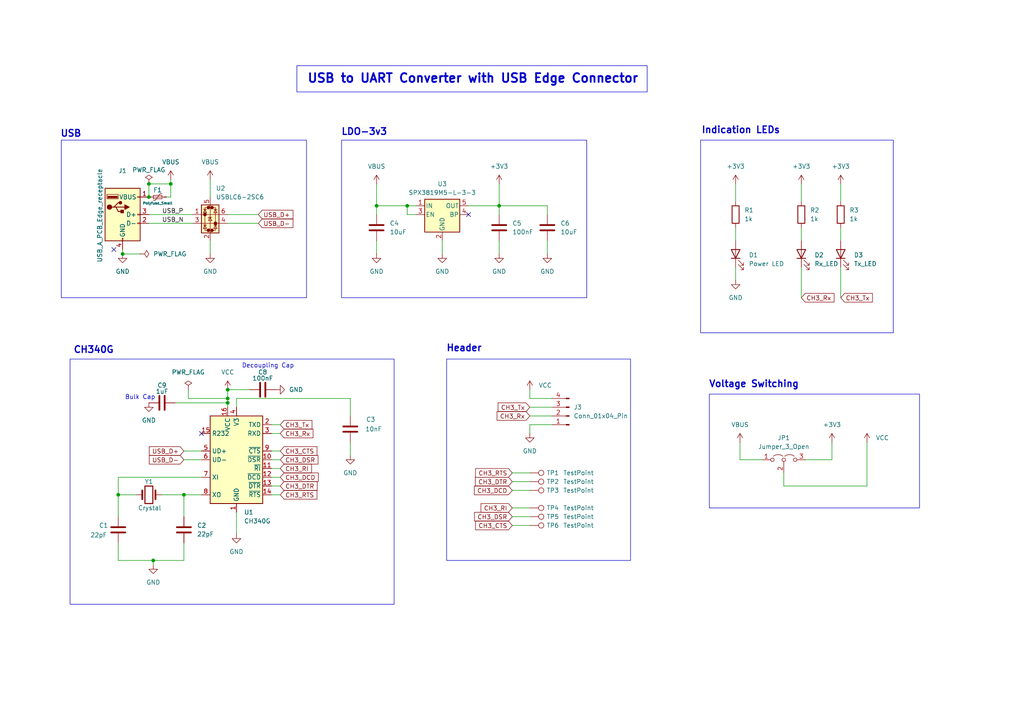
<source format=kicad_sch>
(kicad_sch (version 20250114) (generator "eeschema") (generator_version "9.0")
  (paper "A4")
  (title_block (title "USB to UART Converter with USB Edge Connector") (date "2026-01-25") (comment 1 "UART Stick"))
  (lib_symbols
    (symbol "Connector:Conn_01x04_Pin" (pin_names (offset 1.016) (hide yes))
      (property "Reference" "J" (at 0 5.08 0))
      (property "Value" "Conn_01x04_Pin" (at 0 -7.62 0))
      (symbol "Conn_01x04_Pin_1_1"
        (rectangle (start 0.8636 2.667) (end 0 2.413) (stroke (width 0.1524)) (fill (type outline)))
        (rectangle (start 0.8636 0.127) (end 0 -0.127) (stroke (width 0.1524)) (fill (type outline)))
        (rectangle (start 0.8636 -2.413) (end 0 -2.667) (stroke (width 0.1524)) (fill (type outline)))
        (rectangle (start 0.8636 -4.953) (end 0 -5.207) (stroke (width 0.1524)) (fill (type outline)))
        (polyline (pts (xy 1.27 2.54) (xy 0.8636 2.54)) (stroke (width 0.1524)))
        (polyline (pts (xy 1.27 0) (xy 0.8636 0)) (stroke (width 0.1524)))
        (polyline (pts (xy 1.27 -2.54) (xy 0.8636 -2.54)) (stroke (width 0.1524)))
        (polyline (pts (xy 1.27 -5.08) (xy 0.8636 -5.08)) (stroke (width 0.1524)))
        (pin passive line (at 5.08 2.54 180) (length 3.81) (name "Pin_1") (number "1"))
        (pin passive line (at 5.08 0 180) (length 3.81) (name "Pin_2") (number "2"))
        (pin passive line (at 5.08 -2.54 180) (length 3.81) (name "Pin_3") (number "3"))
        (pin passive line (at 5.08 -5.08 180) (length 3.81) (name "Pin_4") (number "4"))
      )
    )
    (symbol "Connector:TestPoint" (pin_numbers (hide yes)) (pin_names (offset 0.762) (hide yes))
      (property "Reference" "TP" (at 0 6.858 0))
      (property "Value" "TestPoint" (at 0 5.08 0))
      (symbol "TestPoint_0_1"
        (circle (center 0 3.302) (radius 0.762))
      )
      (symbol "TestPoint_1_1"
        (pin passive line (at 0 0 90) (length 2.54) (name "1") (number "1"))
      )
    )
    (symbol "Connector_USB_PCB_Edge:USB_A_PCB_Edge_receptacle" (pin_names (offset 1.016))
      (property "Reference" "J" (at -5.08 11.43 0))
      (property "Value" "USB_A_PCB_Edge_receptacle" (at -5.08 8.89 0))
      (symbol "USB_A_PCB_Edge_receptacle_0_1"
        (rectangle (start -5.08 -7.62) (end 5.08 7.62) (stroke (width 0.254)) (fill (type background)))
        (circle (center -3.81 2.159) (radius 0.635) (stroke (width 0.254)) (fill (type outline)))
        (polyline (pts (xy -3.175 2.159) (xy -2.54 2.159) (xy -1.27 3.429) (xy -0.635 3.429)) (stroke (width 0.254)))
        (polyline (pts (xy -2.54 2.159) (xy -1.905 2.159) (xy -1.27 0.889) (xy 0 0.889)) (stroke (width 0.254)))
        (rectangle (start -1.524 4.826) (end -4.318 5.334) (fill (type outline)))
        (rectangle (start -1.27 4.572) (end -4.572 5.842))
        (circle (center -0.635 3.429) (radius 0.381) (stroke (width 0.254)) (fill (type outline)))
        (rectangle (start -0.127 -7.62) (end 0.127 -6.858))
        (rectangle (start 0.254 1.27) (end -0.508 0.508) (stroke (width 0.254)) (fill (type outline)))
        (polyline (pts (xy 0.635 2.794) (xy 0.635 1.524) (xy 1.905 2.159) (xy 0.635 2.794)) (stroke (width 0.254)) (fill (type outline)))
        (rectangle (start 5.08 4.953) (end 4.318 5.207))
        (rectangle (start 5.08 -0.127) (end 4.318 0.127))
        (rectangle (start 5.08 -2.667) (end 4.318 -2.413))
      )
      (symbol "USB_A_PCB_Edge_receptacle_1_1"
        (polyline (pts (xy -1.905 2.159) (xy 0.635 2.159)) (stroke (width 0.254)))
        (pin passive line (at -2.54 -10.16 90) (length 2.54) (hide yes) (name "Shield") (number "5"))
        (pin power_in line (at 0 -10.16 90) (length 2.54) (name "GND") (number "4"))
        (pin power_in line (at 7.62 5.08 180) (length 2.54) (name "VBUS") (number "1"))
        (pin bidirectional line (at 7.62 0 180) (length 2.54) (name "D+") (number "3"))
        (pin bidirectional line (at 7.62 -2.54 180) (length 2.54) (name "D-") (number "2"))
      )
    )
    (symbol "Device:C" (pin_numbers (hide yes)) (pin_names (offset 0.254))
      (property "Reference" "C" (at 0.635 2.54 0))
      (property "Value" "C" (at 0.635 -2.54 0))
      (symbol "C_0_1"
        (polyline (pts (xy -2.032 0.762) (xy 2.032 0.762)) (stroke (width 0.508)))
        (polyline (pts (xy -2.032 -0.762) (xy 2.032 -0.762)) (stroke (width 0.508)))
      )
      (symbol "C_1_1"
        (pin passive line (at 0 3.81 270) (length 2.794) (name "~") (number "1"))
        (pin passive line (at 0 -3.81 90) (length 2.794) (name "~") (number "2"))
      )
    )
    (symbol "Device:Crystal" (pin_numbers (hide yes)) (pin_names (offset 1.016) (hide yes))
      (property "Reference" "Y" (at 0 3.81 0))
      (property "Value" "Crystal" (at 0 -3.81 0))
      (symbol "Crystal_0_1"
        (polyline (pts (xy -2.54 0) (xy -1.905 0)))
        (polyline (pts (xy -1.905 -1.27) (xy -1.905 1.27)) (stroke (width 0.508)))
        (rectangle (start -1.143 2.54) (end 1.143 -2.54) (stroke (width 0.3048)))
        (polyline (pts (xy 1.905 -1.27) (xy 1.905 1.27)) (stroke (width 0.508)))
        (polyline (pts (xy 2.54 0) (xy 1.905 0)))
      )
      (symbol "Crystal_1_1"
        (pin passive line (at -3.81 0 0) (length 1.27) (name "1") (number "1"))
        (pin passive line (at 3.81 0 180) (length 1.27) (name "2") (number "2"))
      )
    )
    (symbol "Device:Polyfuse_Small" (pin_numbers (hide yes)) (pin_names (offset 0))
      (property "Reference" "F" (at -1.905 0 90))
      (property "Value" "Polyfuse_Small" (at 1.905 0 90))
      (symbol "Polyfuse_Small_0_1"
        (polyline (pts (xy -1.016 1.27) (xy -1.016 0.762) (xy 1.016 -0.762) (xy 1.016 -1.27)))
        (rectangle (start -0.508 1.27) (end 0.508 -1.27))
        (polyline (pts (xy 0 2.54) (xy 0 -2.54)))
      )
      (symbol "Polyfuse_Small_1_1"
        (pin passive line (at 0 2.54 270) (length 0.635) (name "~") (number "1"))
        (pin passive line (at 0 -2.54 90) (length 0.635) (name "~") (number "2"))
      )
    )
    (symbol "Device:R" (pin_numbers (hide yes)) (pin_names (offset 0))
      (property "Reference" "R" (at 2.032 0 90))
      (property "Value" "R" (at 0 0 90))
      (symbol "R_0_1"
        (rectangle (start -1.016 -2.54) (end 1.016 2.54) (stroke (width 0.254)))
      )
      (symbol "R_1_1"
        (pin passive line (at 0 3.81 270) (length 1.27) (name "~") (number "1"))
        (pin passive line (at 0 -3.81 90) (length 1.27) (name "~") (number "2"))
      )
    )
    (symbol "Interface_USB:CH340G"
      (property "Reference" "U" (at -5.08 13.97 0))
      (property "Value" "CH340G" (at 1.27 13.97 0))
      (symbol "CH340G_0_1"
        (rectangle (start -7.62 12.7) (end 7.62 -12.7) (stroke (width 0.254)) (fill (type background)))
      )
      (symbol "CH340G_1_1"
        (pin input line (at -10.16 7.62 0) (length 2.54) (name "R232") (number "15"))
        (pin bidirectional line (at -10.16 2.54 0) (length 2.54) (name "UD+") (number "5"))
        (pin bidirectional line (at -10.16 0 0) (length 2.54) (name "UD-") (number "6"))
        (pin input line (at -10.16 -5.08 0) (length 2.54) (name "XI") (number "7"))
        (pin output line (at -10.16 -10.16 0) (length 2.54) (name "XO") (number "8"))
        (pin power_in line (at -2.54 15.24 270) (length 2.54) (name "VCC") (number "16"))
        (pin power_out line (at 0 15.24 270) (length 2.54) (name "V3") (number "4"))
        (pin power_in line (at 0 -15.24 90) (length 2.54) (name "GND") (number "1"))
        (pin output line (at 10.16 10.16 180) (length 2.54) (name "TXD") (number "2"))
        (pin input line (at 10.16 7.62 180) (length 2.54) (name "RXD") (number "3"))
        (pin input line (at 10.16 2.54 180) (length 2.54) (name "~{CTS}") (number "9"))
        (pin input line (at 10.16 0 180) (length 2.54) (name "~{DSR}") (number "10"))
        (pin input line (at 10.16 -2.54 180) (length 2.54) (name "~{RI}") (number "11"))
        (pin input line (at 10.16 -5.08 180) (length 2.54) (name "~{DCD}") (number "12"))
        (pin output line (at 10.16 -7.62 180) (length 2.54) (name "~{DTR}") (number "13"))
        (pin output line (at 10.16 -10.16 180) (length 2.54) (name "~{RTS}") (number "14"))
      )
    )
    (symbol "Jumper:Jumper_3_Open" (pin_names (offset 0) (hide yes)) (exclude_from_sim yes) (in_bom no)
      (property "Reference" "JP" (at -2.54 -2.54 0))
      (property "Value" "Jumper_3_Open" (at 0 2.794 0))
      (symbol "Jumper_3_Open_0_0"
        (circle (center -3.302 0) (radius 0.508))
        (circle (center 0 0) (radius 0.508))
        (circle (center 3.302 0) (radius 0.508))
      )
      (symbol "Jumper_3_Open_0_1"
        (arc (start -3.048 1.016) (mid -1.651 1.4992) (end -0.254 1.016))
        (polyline (pts (xy 0 -0.508) (xy 0 -1.27)))
        (arc (start 0.254 1.016) (mid 1.651 1.4992) (end 3.048 1.016))
      )
      (symbol "Jumper_3_Open_1_1"
        (pin passive line (at -6.35 0 0) (length 2.54) (name "A") (number "1"))
        (pin passive line (at 0 -3.81 90) (length 2.54) (name "C") (number "2"))
        (pin passive line (at 6.35 0 180) (length 2.54) (name "B") (number "3"))
      )
    )
    (symbol "LED_1" (pin_numbers (hide yes)) (pin_names (offset 1.016) (hide yes))
      (property "Reference" "D" (at 0 2.54 0))
      (property "Value" "LED" (at 0 -2.54 0))
      (symbol "LED_1_0_1"
        (polyline (pts (xy -3.048 -0.762) (xy -4.572 -2.286) (xy -3.81 -2.286) (xy -4.572 -2.286) (xy -4.572 -1.524)))
        (polyline (pts (xy -1.778 -0.762) (xy -3.302 -2.286) (xy -2.54 -2.286) (xy -3.302 -2.286) (xy -3.302 -1.524)))
        (polyline (pts (xy -1.27 0) (xy 1.27 0)))
        (polyline (pts (xy -1.27 -1.27) (xy -1.27 1.27)) (stroke (width 0.254)))
        (polyline (pts (xy 1.27 -1.27) (xy 1.27 1.27) (xy -1.27 0) (xy 1.27 -1.27)) (stroke (width 0.254)))
      )
      (symbol "LED_1_1_1"
        (pin passive line (at -3.81 0 0) (length 2.54) (name "K") (number "1"))
        (pin passive line (at 3.81 0 180) (length 2.54) (name "A") (number "2"))
      )
    )
    (symbol "Power_Protection:USBLC6-2SC6" (pin_names (hide yes))
      (property "Reference" "U" (at 0.635 5.715 0))
      (property "Value" "USBLC6-2SC6" (at 0.635 3.81 0))
      (symbol "USBLC6-2SC6_0_0"
        (circle (center -1.524 0) (radius 0.0001) (stroke (width 0.508)))
        (circle (center -0.508 2.032) (radius 0.0001) (stroke (width 0.508)))
        (circle (center -0.508 -4.572) (radius 0.0001) (stroke (width 0.508)))
        (circle (center 0.508 2.032) (radius 0.0001) (stroke (width 0.508)))
        (circle (center 0.508 -4.572) (radius 0.0001) (stroke (width 0.508)))
        (circle (center 1.524 -2.54) (radius 0.0001) (stroke (width 0.508)))
      )
      (symbol "USBLC6-2SC6_0_1"
        (polyline (pts (xy -2.54 0) (xy 2.54 0)))
        (polyline (pts (xy -2.54 -2.54) (xy 2.54 -2.54)))
        (polyline (pts (xy -2.032 0.508) (xy -1.016 0.508) (xy -1.524 1.524) (xy -2.032 0.508)))
        (polyline (pts (xy -2.032 -3.048) (xy -1.016 -3.048)))
        (polyline (pts (xy -1.016 1.524) (xy -2.032 1.524)))
        (polyline (pts (xy -1.016 -4.064) (xy -2.032 -4.064) (xy -1.524 -3.048) (xy -1.016 -4.064)))
        (polyline (pts (xy -0.508 -1.143) (xy -0.508 -0.762) (xy 0.508 -0.762)))
        (polyline (pts (xy 0 2.54) (xy -0.508 2.032) (xy 0.508 2.032) (xy 0 1.524) (xy 0 -4.064) (xy -0.508 -4.572) (xy 0.508 -4.572) (xy 0 -5.08)))
        (polyline (pts (xy 0.508 -1.778) (xy -0.508 -1.778) (xy 0 -0.762) (xy 0.508 -1.778)))
        (polyline (pts (xy 1.016 1.524) (xy 2.032 1.524)))
        (polyline (pts (xy 1.016 -3.048) (xy 2.032 -3.048)))
        (polyline (pts (xy 2.032 0.508) (xy 1.016 0.508) (xy 1.524 1.524) (xy 2.032 0.508)))
        (polyline (pts (xy 2.032 -4.064) (xy 1.016 -4.064) (xy 1.524 -3.048) (xy 2.032 -4.064)))
      )
      (symbol "USBLC6-2SC6_1_1"
        (rectangle (start -2.54 2.794) (end 2.54 -5.334) (stroke (width 0.254)) (fill (type background)))
        (polyline (pts (xy -0.508 2.032) (xy -1.524 2.032) (xy -1.524 -4.572) (xy -0.508 -4.572)))
        (polyline (pts (xy 0.508 -4.572) (xy 1.524 -4.572) (xy 1.524 2.032) (xy 0.508 2.032)))
        (pin passive line (at -5.08 0 0) (length 2.54) (name "I/O1") (number "1"))
        (pin passive line (at -5.08 -2.54 0) (length 2.54) (name "I/O2") (number "3"))
        (pin passive line (at 0 5.08 270) (length 2.54) (name "VBUS") (number "5"))
        (pin passive line (at 0 -7.62 90) (length 2.54) (name "GND") (number "2"))
        (pin passive line (at 5.08 0 180) (length 2.54) (name "I/O1") (number "6"))
        (pin passive line (at 5.08 -2.54 180) (length 2.54) (name "I/O2") (number "4"))
      )
    )
    (symbol "Regulator_Linear:SPX3819M5-L-3-3" (pin_names (offset 0.254))
      (property "Reference" "U" (at -3.81 5.715 0))
      (property "Value" "SPX3819M5-L-3-3" (at 0 5.715 0))
      (symbol "SPX3819M5-L-3-3_0_1"
        (rectangle (start -5.08 4.445) (end 5.08 -5.08) (stroke (width 0.254)) (fill (type background)))
      )
      (symbol "SPX3819M5-L-3-3_1_1"
        (pin power_in line (at -7.62 2.54 0) (length 2.54) (name "IN") (number "1"))
        (pin input line (at -7.62 0 0) (length 2.54) (name "EN") (number "3"))
        (pin power_in line (at 0 -7.62 90) (length 2.54) (name "GND") (number "2"))
        (pin power_out line (at 7.62 2.54 180) (length 2.54) (name "OUT") (number "5"))
        (pin input line (at 7.62 0 180) (length 2.54) (name "BP") (number "4"))
      )
    )
    (symbol "power:+3V3" (power) (pin_numbers (hide yes)) (pin_names (offset 0) (hide yes))
      (property "Value" "+3V3" (at 0 3.556 0))
      (symbol "+3V3_0_1"
        (polyline (pts (xy -0.762 1.27) (xy 0 2.54)))
        (polyline (pts (xy 0 2.54) (xy 0.762 1.27)))
        (polyline (pts (xy 0 0) (xy 0 2.54)))
      )
      (symbol "+3V3_1_1"
        (pin power_in line (at 0 0 90) (length 0) (name "~") (number "1"))
      )
    )
    (symbol "power:GND" (power) (pin_numbers (hide yes)) (pin_names (offset 0) (hide yes))
      (property "Value" "GND" (at 0 -3.81 0))
      (symbol "GND_0_1"
        (polyline (pts (xy 0 0) (xy 0 -1.27) (xy 1.27 -1.27) (xy 0 -2.54) (xy -1.27 -1.27) (xy 0 -1.27)))
      )
      (symbol "GND_1_1"
        (pin power_in line (at 0 0 270) (length 0) (name "~") (number "1"))
      )
    )
    (symbol "power:PWR_FLAG" (power) (pin_numbers (hide yes)) (pin_names (offset 0) (hide yes))
      (property "Value" "PWR_FLAG" (at 0 3.81 0))
      (symbol "PWR_FLAG_0_0"
        (pin power_out line (at 0 0 90) (length 0) (name "~") (number "1"))
      )
      (symbol "PWR_FLAG_0_1"
        (polyline (pts (xy 0 0) (xy 0 1.27) (xy -1.016 1.905) (xy 0 2.54) (xy 1.016 1.905) (xy 0 1.27)))
      )
    )
    (symbol "power:VBUS" (power) (pin_numbers (hide yes)) (pin_names (offset 0) (hide yes))
      (property "Value" "VBUS" (at 0 3.556 0))
      (symbol "VBUS_0_1"
        (polyline (pts (xy -0.762 1.27) (xy 0 2.54)))
        (polyline (pts (xy 0 2.54) (xy 0.762 1.27)))
        (polyline (pts (xy 0 0) (xy 0 2.54)))
      )
      (symbol "VBUS_1_1"
        (pin power_in line (at 0 0 90) (length 0) (name "~") (number "1"))
      )
    )
    (symbol "power:VCC" (power) (pin_numbers (hide yes)) (pin_names (offset 0) (hide yes))
      (property "Value" "VCC" (at 0 3.556 0))
      (symbol "VCC_0_1"
        (polyline (pts (xy -0.762 1.27) (xy 0 2.54)))
        (polyline (pts (xy 0 2.54) (xy 0.762 1.27)))
        (polyline (pts (xy 0 0) (xy 0 2.54)))
      )
      (symbol "VCC_1_1"
        (pin power_in line (at 0 0 90) (length 0) (name "~") (number "1"))
      )
    )
  )
  (rectangle (start 205.74 114.3) (end 266.7 147.32))
  (rectangle (start 203.2 40.64) (end 259.08 96.52))
  (rectangle (start 129.54 104.14) (end 182.88 162.56))
  (rectangle (start 20.32 104.14) (end 114.3 175.26))
  (rectangle (start 99.06 40.64) (end 170.18 86.36))
  (rectangle (start 17.78 40.64) (end 88.9 86.36))
  (rectangle (start 86.106 19.05) (end 187.706 26.67))
  (text "CH340G\n" (at 27.178 101.6 0) (effects (font (size 1.9304 1.9304) (thickness 0.3658) (bold yes))))
  (text "Decoupling Cap" (at 77.724 106.172 0) (effects (font (size 1.27 1.27))))
  (text "Header\n" (at 134.62 101.092 0) (effects (font (size 1.9304 1.9304) (thickness 0.3658) (bold yes))))
  (text "USB" (at 20.574 38.862 0) (effects (font (size 1.9304 1.9304) (thickness 0.3658) (bold yes))))
  (text "Voltage Switching" (at 218.694 111.506 0) (effects (font (size 1.9304 1.9304) (thickness 0.3658) (bold yes))))
  (text "USB to UART Converter with USB Edge Connector" (at 137.16 22.86 0) (effects (font (size 2.54 2.54) (bold yes))))
  (text "Bulk Cap" (at 40.64 115.316 0) (effects (font (size 1.27 1.27))))
  (text "LDO-3v3" (at 105.664 38.354 0) (effects (font (size 1.9304 1.9304) (thickness 0.3658) (bold yes))))
  (text "Indication LEDs\n" (at 214.884 37.846 0) (effects (font (size 1.9304 1.9304) (thickness 0.3658) (bold yes))))
  (junction (at 118.11 59.69))
  (junction (at 43.18 57.15))
  (junction (at 44.45 162.56))
  (junction (at 144.78 59.69))
  (junction (at 49.53 53.34))
  (junction (at 66.04 113.03))
  (junction (at 66.04 115.57))
  (junction (at 43.18 53.34))
  (junction (at 35.56 73.66))
  (junction (at 109.22 59.69))
  (junction (at 53.34 143.51))
  (junction (at 34.29 143.51))
  (junction (at 66.04 116.84))
  (no_connect (at 58.42 125.73))
  (no_connect (at 135.89 62.23))
  (no_connect (at 33.02 72.39))
  (wire (pts (xy 68.58 115.57) (xy 101.6 115.57)))
  (wire (pts (xy 213.36 77.47) (xy 213.36 81.28)))
  (wire (pts (xy 153.67 120.65) (xy 160.02 120.65)))
  (wire (pts (xy 60.96 69.85) (xy 60.96 73.66)))
  (wire (pts (xy 158.75 62.23) (xy 158.75 59.69)))
  (wire (pts (xy 66.04 64.77) (xy 74.93 64.77)))
  (wire (pts (xy 144.78 59.69) (xy 158.75 59.69)))
  (wire (pts (xy 153.67 115.57) (xy 160.02 115.57)))
  (wire (pts (xy 78.74 135.89) (xy 81.28 135.89)))
  (wire (pts (xy 109.22 69.85) (xy 109.22 73.66)))
  (wire (pts (xy 49.53 52.07) (xy 49.53 53.34)))
  (wire (pts (xy 68.58 148.59) (xy 68.58 154.94)))
  (wire (pts (xy 153.67 113.03) (xy 153.67 115.57)))
  (wire (pts (xy 53.34 143.51) (xy 53.34 149.86)))
  (wire (pts (xy 40.64 73.66) (xy 35.56 73.66)))
  (wire (pts (xy 44.45 162.56) (xy 44.45 163.83)))
  (wire (pts (xy 227.33 137.16) (xy 227.33 140.97)))
  (wire (pts (xy 53.34 130.81) (xy 58.42 130.81)))
  (wire (pts (xy 43.18 53.34) (xy 43.18 57.15)))
  (wire (pts (xy 233.68 133.35) (xy 241.3 133.35)))
  (wire (pts (xy 78.74 123.19) (xy 81.28 123.19)))
  (wire (pts (xy 148.59 152.4) (xy 153.67 152.4)))
  (wire (pts (xy 241.3 133.35) (xy 241.3 128.27)))
  (wire (pts (xy 78.74 140.97) (xy 81.28 140.97)))
  (wire (pts (xy 153.67 118.11) (xy 160.02 118.11)))
  (wire (pts (xy 34.29 143.51) (xy 39.37 143.51)))
  (wire (pts (xy 214.63 128.27) (xy 214.63 133.35)))
  (wire (pts (xy 144.78 69.85) (xy 144.78 73.66)))
  (wire (pts (xy 109.22 53.34) (xy 109.22 59.69)))
  (wire (pts (xy 43.18 64.77) (xy 55.88 64.77)))
  (wire (pts (xy 60.96 52.07) (xy 60.96 57.15)))
  (wire (pts (xy 148.59 149.86) (xy 153.67 149.86)))
  (wire (pts (xy 232.41 53.34) (xy 232.41 58.42)))
  (wire (pts (xy 46.99 143.51) (xy 53.34 143.51)))
  (wire (pts (xy 251.46 140.97) (xy 251.46 128.27)))
  (wire (pts (xy 78.74 125.73) (xy 81.28 125.73)))
  (wire (pts (xy 78.74 130.81) (xy 81.28 130.81)))
  (wire (pts (xy 158.75 69.85) (xy 158.75 73.66)))
  (wire (pts (xy 58.42 138.43) (xy 34.29 138.43)))
  (wire (pts (xy 34.29 138.43) (xy 34.29 143.51)))
  (wire (pts (xy 66.04 62.23) (xy 74.93 62.23)))
  (wire (pts (xy 66.04 113.03) (xy 66.04 115.57)))
  (wire (pts (xy 109.22 59.69) (xy 118.11 59.69)))
  (wire (pts (xy 160.02 123.19) (xy 153.67 123.19)))
  (wire (pts (xy 118.11 62.23) (xy 118.11 59.69)))
  (wire (pts (xy 144.78 59.69) (xy 144.78 62.23)))
  (wire (pts (xy 66.04 113.03) (xy 72.39 113.03)))
  (wire (pts (xy 53.34 157.48) (xy 53.34 162.56)))
  (wire (pts (xy 135.89 59.69) (xy 144.78 59.69)))
  (wire (pts (xy 34.29 143.51) (xy 34.29 149.86)))
  (wire (pts (xy 118.11 59.69) (xy 120.65 59.69)))
  (wire (pts (xy 101.6 128.27) (xy 101.6 132.08)))
  (wire (pts (xy 213.36 53.34) (xy 213.36 58.42)))
  (wire (pts (xy 34.29 162.56) (xy 44.45 162.56)))
  (wire (pts (xy 53.34 162.56) (xy 44.45 162.56)))
  (wire (pts (xy 243.84 66.04) (xy 243.84 69.85)))
  (wire (pts (xy 148.59 137.16) (xy 153.67 137.16)))
  (wire (pts (xy 43.18 53.34) (xy 49.53 53.34)))
  (wire (pts (xy 68.58 118.11) (xy 68.58 115.57)))
  (wire (pts (xy 43.18 62.23) (xy 55.88 62.23)))
  (wire (pts (xy 53.34 143.51) (xy 58.42 143.51)))
  (wire (pts (xy 78.74 133.35) (xy 81.28 133.35)))
  (wire (pts (xy 148.59 147.32) (xy 153.67 147.32)))
  (wire (pts (xy 232.41 77.47) (xy 232.41 86.36)))
  (wire (pts (xy 148.59 139.7) (xy 153.67 139.7)))
  (wire (pts (xy 54.61 113.03) (xy 54.61 115.57)))
  (wire (pts (xy 214.63 133.35) (xy 220.98 133.35)))
  (wire (pts (xy 227.33 140.97) (xy 251.46 140.97)))
  (wire (pts (xy 66.04 115.57) (xy 66.04 116.84)))
  (wire (pts (xy 109.22 62.23) (xy 109.22 59.69)))
  (wire (pts (xy 53.34 133.35) (xy 58.42 133.35)))
  (wire (pts (xy 49.53 57.15) (xy 48.26 57.15)))
  (wire (pts (xy 128.27 69.85) (xy 128.27 73.66)))
  (wire (pts (xy 66.04 116.84) (xy 66.04 118.11)))
  (wire (pts (xy 213.36 66.04) (xy 213.36 69.85)))
  (wire (pts (xy 78.74 143.51) (xy 81.28 143.51)))
  (wire (pts (xy 148.59 142.24) (xy 153.67 142.24)))
  (wire (pts (xy 78.74 138.43) (xy 81.28 138.43)))
  (wire (pts (xy 54.61 115.57) (xy 66.04 115.57)))
  (wire (pts (xy 120.65 62.23) (xy 118.11 62.23)))
  (wire (pts (xy 153.67 123.19) (xy 153.67 125.73)))
  (wire (pts (xy 243.84 53.34) (xy 243.84 58.42)))
  (wire (pts (xy 232.41 66.04) (xy 232.41 69.85)))
  (wire (pts (xy 34.29 157.48) (xy 34.29 162.56)))
  (wire (pts (xy 101.6 115.57) (xy 101.6 120.65)))
  (wire (pts (xy 144.78 53.34) (xy 144.78 59.69)))
  (wire (pts (xy 50.8 116.84) (xy 66.04 116.84)))
  (wire (pts (xy 35.56 72.39) (xy 35.56 73.66)))
  (wire (pts (xy 243.84 77.47) (xy 243.84 86.36)))
  (wire (pts (xy 49.53 53.34) (xy 49.53 57.15)))
  (label "USB_N" (at 46.99 64.77 0))
  (label "USB_P" (at 46.99 62.23 0))
  (global_label "CH3_Tx" (shape input) (at 81.28 123.19 0) (property "Intersheetrefs" "${INTERSHEET_REFS}" (effects (hide yes))))
  (global_label "CH3_DSR" (shape input) (at 81.28 133.35 0) (property "Intersheetrefs" "${INTERSHEET_REFS}" (effects (hide yes))))
  (global_label "CH3_RTS" (shape input) (at 148.59 137.16 180) (property "Intersheetrefs" "${INTERSHEET_REFS}" (effects (hide yes))))
  (global_label "CH3_CTS" (shape input) (at 81.28 130.81 0) (property "Intersheetrefs" "${INTERSHEET_REFS}" (effects (hide yes))))
  (global_label "CH3_DTR" (shape input) (at 148.59 139.7 180) (property "Intersheetrefs" "${INTERSHEET_REFS}" (effects (hide yes))))
  (global_label "CH3_DCD" (shape input) (at 148.59 142.24 180) (property "Intersheetrefs" "${INTERSHEET_REFS}" (effects (hide yes))))
  (global_label "CH3_RTS" (shape input) (at 81.28 143.51 0) (property "Intersheetrefs" "${INTERSHEET_REFS}" (effects (hide yes))))
  (global_label "CH3_Rx" (shape input) (at 81.28 125.73 0) (property "Intersheetrefs" "${INTERSHEET_REFS}" (effects (hide yes))))
  (global_label "CH3_Rx" (shape input) (at 153.67 120.65 180) (property "Intersheetrefs" "${INTERSHEET_REFS}" (effects (hide yes))))
  (global_label "CH3_RI" (shape input) (at 81.28 135.89 0) (property "Intersheetrefs" "${INTERSHEET_REFS}" (effects (hide yes))))
  (global_label "CH3_Tx" (shape input) (at 153.67 118.11 180) (property "Intersheetrefs" "${INTERSHEET_REFS}" (effects (hide yes))))
  (global_label "CH3_RI" (shape input) (at 148.59 147.32 180) (property "Intersheetrefs" "${INTERSHEET_REFS}" (effects (hide yes))))
  (global_label "USB_D-" (shape input) (at 53.34 133.35 180) (property "Intersheetrefs" "${INTERSHEET_REFS}" (effects (hide yes))))
  (global_label "CH3_Tx" (shape input) (at 243.84 86.36 0) (property "Intersheetrefs" "${INTERSHEET_REFS}" (effects (hide yes))))
  (global_label "CH3_CTS" (shape input) (at 148.59 152.4 180) (property "Intersheetrefs" "${INTERSHEET_REFS}" (effects (hide yes))))
  (global_label "USB_D+" (shape input) (at 53.34 130.81 180) (property "Intersheetrefs" "${INTERSHEET_REFS}" (effects (hide yes))))
  (global_label "CH3_DSR" (shape input) (at 148.59 149.86 180) (property "Intersheetrefs" "${INTERSHEET_REFS}" (effects (hide yes))))
  (global_label "CH3_DTR" (shape input) (at 81.28 140.97 0) (property "Intersheetrefs" "${INTERSHEET_REFS}" (effects (hide yes))))
  (global_label "USB_D+" (shape input) (at 74.93 62.23 0) (property "Intersheetrefs" "${INTERSHEET_REFS}" (effects (hide yes))))
  (global_label "CH3_Rx" (shape input) (at 232.41 86.36 0) (property "Intersheetrefs" "${INTERSHEET_REFS}" (effects (hide yes))))
  (global_label "USB_D-" (shape input) (at 74.93 64.77 0) (property "Intersheetrefs" "${INTERSHEET_REFS}" (effects (hide yes))))
  (global_label "CH3_DCD" (shape input) (at 81.28 138.43 0) (property "Intersheetrefs" "${INTERSHEET_REFS}" (effects (hide yes))))
  (symbol (lib_id "power:GND") (at 44.45 163.83 0) (unit 1)
    (property "Reference" "#PWR01" (effects (hide yes)))
    (property "Value" "GND" (at 44.45 168.91 0))
    (property "Description" "Power symbol creates a global label with name \"GND\" , ground" (effects (hide yes)))
  )
  (symbol (lib_id "power:GND") (at 43.18 116.84 0) (unit 1)
    (property "Reference" "#PWR025" (effects (hide yes)))
    (property "Value" "GND" (at 43.18 121.92 0))
    (property "Description" "Power symbol creates a global label with name \"GND\" , ground" (effects (hide yes)))
  )
  (symbol (lib_id "power:VBUS") (at 109.22 53.34 0) (unit 1)
    (property "Reference" "#PWR014" (effects (hide yes)))
    (property "Value" "VBUS" (at 109.22 48.26 0))
    (property "Description" "Power symbol creates a global label with name \"VBUS\"" (effects (hide yes)))
  )
  (symbol (lib_id "Power_Protection:USBLC6-2SC6") (at 60.96 62.23 0) (unit 1)
    (property "Reference" "U2" (at 62.6111 54.61 0) (effects (justify left)))
    (property "Value" "USBLC6-2SC6" (at 62.6111 57.15 0) (effects (justify left)))
    (property "Footprint" "Package_TO_SOT_SMD:SOT-23-6" (effects (hide yes)))
    (property "Datasheet" "https://www.st.com/resource/en/datasheet/usblc6-2.pdf" (effects (hide yes)))
    (property "Description" "Very low capacitance ESD protection diode, 2 data-line, SOT-23-6" (effects (hide yes)))
  )
  (symbol (lib_name "LED_1") (lib_id "Device:LED") (at 213.36 73.66 90) (unit 1)
    (property "Reference" "D1" (at 217.17 73.9774 90) (effects (justify right)))
    (property "Value" "Power LED" (at 217.17 76.5174 90) (effects (justify right)))
    (property "Footprint" "LED_SMD:LED_0805_2012Metric_Pad1.15x1.40mm_HandSolder" (effects (hide yes)))
    (property "Description" "Light emitting diode" (effects (hide yes)))
    (property "Sim.Pins" "1=K 2=A" (effects (hide yes)))
  )
  (symbol (lib_id "Device:C") (at 101.6 124.46 0) (unit 1)
    (property "Reference" "C3" (at 106.172 121.666 0) (effects (justify left)))
    (property "Value" "10nF" (at 105.918 124.46 0) (effects (justify left)))
    (property "Footprint" "Capacitor_SMD:C_0805_2012Metric_Pad1.18x1.45mm_HandSolder" (effects (hide yes)))
    (property "Description" "Unpolarized capacitor" (effects (hide yes)))
  )
  (symbol (lib_id "power:VBUS") (at 214.63 128.27 0) (unit 1)
    (property "Reference" "#PWR015" (effects (hide yes)))
    (property "Value" "VBUS" (at 214.63 123.19 0))
    (property "Description" "Power symbol creates a global label with name \"VBUS\"" (effects (hide yes)))
  )
  (symbol (lib_id "power:GND") (at 109.22 73.66 0) (unit 1)
    (property "Reference" "#PWR09" (effects (hide yes)))
    (property "Value" "GND" (at 109.22 78.74 0))
    (property "Description" "Power symbol creates a global label with name \"GND\" , ground" (effects (hide yes)))
  )
  (symbol (lib_id "Connector:TestPoint") (at 153.67 149.86 270) (unit 1)
    (property "Reference" "TP5" (at 158.496 149.86 90) (effects (justify left)))
    (property "Value" "TestPoint" (at 163.322 149.86 90) (effects (justify left)))
    (property "Footprint" "TestPoint:TestPoint_Pad_D1.0mm" (effects (hide yes)))
    (property "Description" "test point" (effects (hide yes)))
  )
  (symbol (lib_id "Device:C") (at 53.34 153.67 0) (unit 1)
    (property "Reference" "C2" (at 57.15 152.3999 0) (effects (justify left)))
    (property "Value" "22pF" (at 57.15 154.9399 0) (effects (justify left)))
    (property "Footprint" "Capacitor_SMD:C_0805_2012Metric_Pad1.18x1.45mm_HandSolder" (effects (hide yes)))
    (property "Description" "Unpolarized capacitor" (effects (hide yes)))
  )
  (symbol (lib_id "Connector:TestPoint") (at 153.67 137.16 270) (unit 1)
    (property "Reference" "TP1" (at 158.496 137.16 90) (effects (justify left)))
    (property "Value" "TestPoint" (at 163.322 137.16 90) (effects (justify left)))
    (property "Footprint" "TestPoint:TestPoint_Pad_D1.0mm" (effects (hide yes)))
    (property "Description" "test point" (effects (hide yes)))
  )
  (symbol (lib_id "power:VCC") (at 251.46 128.27 0) (unit 1)
    (property "Reference" "#PWR017" (effects (hide yes)))
    (property "Value" "VCC" (at 254 126.9999 0) (effects (justify left)))
    (property "Description" "Power symbol creates a global label with name \"VCC\"" (effects (hide yes)))
  )
  (symbol (lib_id "power:+3V3") (at 213.36 53.34 0) (unit 1)
    (property "Reference" "#PWR018" (effects (hide yes)))
    (property "Value" "+3V3" (at 213.36 48.26 0))
    (property "Description" "Power symbol creates a global label with name \"+3V3\"" (effects (hide yes)))
  )
  (symbol (lib_id "Device:Polyfuse_Small") (at 45.72 57.15 90) (unit 1)
    (property "Reference" "F1" (at 45.72 55.118 90))
    (property "Value" "Polyfuse_Small" (at 45.72 58.928 90) (effects (font (size 0.75 0.75))))
    (property "Footprint" "Fuse:Fuse_1206_3216Metric_Pad1.42x1.75mm_HandSolder" (effects (hide yes)))
    (property "Description" "Resettable fuse, polymeric positive temperature coefficient, small symbol" (effects (hide yes)))
  )
  (symbol (lib_id "power:GND") (at 213.36 81.28 0) (unit 1)
    (property "Reference" "#PWR021" (effects (hide yes)))
    (property "Value" "GND" (at 213.36 86.36 0))
    (property "Description" "Power symbol creates a global label with name \"GND\" , ground" (effects (hide yes)))
  )
  (symbol (lib_id "Device:C") (at 109.22 66.04 0) (unit 1)
    (property "Reference" "C4" (at 113.03 64.7699 0) (effects (justify left)))
    (property "Value" "10uF" (at 113.03 67.3099 0) (effects (justify left)))
    (property "Footprint" "Capacitor_SMD:C_0805_2012Metric_Pad1.18x1.45mm_HandSolder" (effects (hide yes)))
    (property "Description" "Unpolarized capacitor" (effects (hide yes)))
  )
  (symbol (lib_id "Connector:TestPoint") (at 153.67 139.7 270) (unit 1)
    (property "Reference" "TP2" (at 158.496 139.7 90) (effects (justify left)))
    (property "Value" "TestPoint" (at 163.322 139.7 90) (effects (justify left)))
    (property "Footprint" "TestPoint:TestPoint_Pad_D1.0mm" (effects (hide yes)))
    (property "Description" "test point" (effects (hide yes)))
  )
  (symbol (lib_id "Interface_USB:CH340G") (at 68.58 133.35 0) (unit 1)
    (property "Reference" "U1" (at 70.7741 148.59 0) (effects (justify left)))
    (property "Value" "CH340G" (at 70.7741 151.13 0) (effects (justify left)))
    (property "Footprint" "Package_SO:SOIC-16_3.9x9.9mm_P1.27mm" (effects (hide yes)))
    (property "Datasheet" "http://www.datasheet5.com/pdf-local-2195953" (effects (hide yes)))
    (property "Description" "USB serial converter, UART, SOIC-16" (effects (hide yes)))
  )
  (symbol (lib_name "LED_1") (lib_id "Device:LED") (at 243.84 73.66 90) (unit 1)
    (property "Reference" "D3" (at 247.65 73.9774 90) (effects (justify right)))
    (property "Value" "Tx_LED" (at 247.65 76.5174 90) (effects (justify right)))
    (property "Footprint" "LED_SMD:LED_0805_2012Metric_Pad1.15x1.40mm_HandSolder" (effects (hide yes)))
    (property "Description" "Light emitting diode" (effects (hide yes)))
    (property "Sim.Pins" "1=K 2=A" (effects (hide yes)))
  )
  (symbol (lib_id "power:GND") (at 80.01 113.03 90) (unit 1)
    (property "Reference" "#PWR024" (effects (hide yes)))
    (property "Value" "GND" (at 83.82 113.0299 90) (effects (justify right)))
    (property "Description" "Power symbol creates a global label with name \"GND\" , ground" (effects (hide yes)))
  )
  (symbol (lib_id "Device:C") (at 158.75 66.04 0) (unit 1)
    (property "Reference" "C6" (at 162.56 64.7699 0) (effects (justify left)))
    (property "Value" "10uF" (at 162.56 67.3099 0) (effects (justify left)))
    (property "Footprint" "Capacitor_SMD:C_0805_2012Metric_Pad1.18x1.45mm_HandSolder" (effects (hide yes)))
    (property "Description" "Unpolarized capacitor" (effects (hide yes)))
  )
  (symbol (lib_id "Device:R") (at 232.41 62.23 0) (unit 1)
    (property "Reference" "R2" (at 234.95 60.9599 0) (effects (justify left)))
    (property "Value" "1k" (at 234.95 63.4999 0) (effects (justify left)))
    (property "Footprint" "Resistor_SMD:R_0805_2012Metric_Pad1.20x1.40mm_HandSolder" (effects (hide yes)))
    (property "Description" "Resistor" (effects (hide yes)))
  )
  (symbol (lib_id "Device:C") (at 34.29 153.67 0) (unit 1)
    (property "Reference" "C1" (at 28.702 152.4 0) (effects (justify left)))
    (property "Value" "22pF" (at 26.162 155.194 0) (effects (justify left)))
    (property "Footprint" "Capacitor_SMD:C_0805_2012Metric_Pad1.18x1.45mm_HandSolder" (effects (hide yes)))
    (property "Description" "Unpolarized capacitor" (effects (hide yes)))
  )
  (symbol (lib_id "power:GND") (at 60.96 73.66 0) (unit 1)
    (property "Reference" "#PWR07" (effects (hide yes)))
    (property "Value" "GND" (at 60.96 78.74 0))
    (property "Description" "Power symbol creates a global label with name \"GND\" , ground" (effects (hide yes)))
  )
  (symbol (lib_id "Device:R") (at 243.84 62.23 0) (unit 1)
    (property "Reference" "R3" (at 246.38 60.9599 0) (effects (justify left)))
    (property "Value" "1k" (at 246.38 63.4999 0) (effects (justify left)))
    (property "Footprint" "Resistor_SMD:R_0805_2012Metric_Pad1.20x1.40mm_HandSolder" (effects (hide yes)))
    (property "Description" "Resistor" (effects (hide yes)))
  )
  (symbol (lib_id "power:+3V3") (at 232.41 53.34 0) (unit 1)
    (property "Reference" "#PWR019" (effects (hide yes)))
    (property "Value" "+3V3" (at 232.41 48.26 0))
    (property "Description" "Power symbol creates a global label with name \"+3V3\"" (effects (hide yes)))
  )
  (symbol (lib_id "power:GND") (at 68.58 154.94 0) (unit 1)
    (property "Reference" "#PWR02" (effects (hide yes)))
    (property "Value" "GND" (at 68.58 160.02 0))
    (property "Description" "Power symbol creates a global label with name \"GND\" , ground" (effects (hide yes)))
  )
  (symbol (lib_id "power:GND") (at 144.78 73.66 0) (unit 1)
    (property "Reference" "#PWR011" (effects (hide yes)))
    (property "Value" "GND" (at 144.78 78.74 0))
    (property "Description" "Power symbol creates a global label with name \"GND\" , ground" (effects (hide yes)))
  )
  (symbol (lib_id "power:+3V3") (at 241.3 128.27 0) (unit 1)
    (property "Reference" "#PWR016" (effects (hide yes)))
    (property "Value" "+3V3" (at 241.3 123.19 0))
    (property "Description" "Power symbol creates a global label with name \"+3V3\"" (effects (hide yes)))
  )
  (symbol (lib_id "power:+3V3") (at 144.78 53.34 0) (unit 1)
    (property "Reference" "#PWR013" (effects (hide yes)))
    (property "Value" "+3V3" (at 144.78 48.26 0))
    (property "Description" "Power symbol creates a global label with name \"+3V3\"" (effects (hide yes)))
  )
  (symbol (lib_id "Jumper:Jumper_3_Open") (at 227.33 133.35 0) (unit 1) (exclude_from_sim yes) (in_bom no)
    (property "Reference" "JP1" (at 227.33 127 0))
    (property "Value" "Jumper_3_Open" (at 227.33 129.54 0))
    (property "Footprint" "Connector_PinHeader_2.54mm:PinHeader_1x03_P2.54mm_Vertical" (effects (hide yes)))
    (property "Description" "Jumper, 3-pole, both open" (effects (hide yes)))
  )
  (symbol (lib_id "power:GND") (at 128.27 73.66 0) (unit 1)
    (property "Reference" "#PWR010" (effects (hide yes)))
    (property "Value" "GND" (at 128.27 78.74 0))
    (property "Description" "Power symbol creates a global label with name \"GND\" , ground" (effects (hide yes)))
  )
  (symbol (lib_id "Device:R") (at 213.36 62.23 0) (unit 1)
    (property "Reference" "R1" (at 215.9 60.9599 0) (effects (justify left)))
    (property "Value" "1k" (at 215.9 63.4999 0) (effects (justify left)))
    (property "Footprint" "Resistor_SMD:R_0805_2012Metric_Pad1.20x1.40mm_HandSolder" (effects (hide yes)))
    (property "Description" "Resistor" (effects (hide yes)))
  )
  (symbol (lib_id "Device:C") (at 46.99 116.84 90) (unit 1)
    (property "Reference" "C9" (at 46.99 111.76 90))
    (property "Value" "1uF" (at 46.99 113.538 90))
    (property "Footprint" "Capacitor_SMD:C_0805_2012Metric_Pad1.18x1.45mm_HandSolder" (effects (hide yes)))
    (property "Description" "Unpolarized capacitor" (effects (hide yes)))
  )
  (symbol (lib_id "power:VCC") (at 153.67 113.03 0) (unit 1)
    (property "Reference" "#PWR022" (effects (hide yes)))
    (property "Value" "VCC" (at 156.21 111.7599 0) (effects (justify left)))
    (property "Description" "Power symbol creates a global label with name \"VCC\"" (effects (hide yes)))
  )
  (symbol (lib_id "power:VBUS") (at 49.53 52.07 0) (unit 1)
    (property "Reference" "#PWR05" (effects (hide yes)))
    (property "Value" "VBUS" (at 49.53 46.99 0))
    (property "Description" "Power symbol creates a global label with name \"VBUS\"" (effects (hide yes)))
  )
  (symbol (lib_id "Connector_USB_PCB_Edge:USB_A_PCB_Edge_receptacle") (at 35.56 62.23 0) (unit 1)
    (property "Reference" "J1" (at 35.56 49.53 0))
    (property "Value" "USB_A_PCB_Edge_receptacle" (at 28.956 62.484 90))
    (property "Footprint" "Connector_USB_PCB_Edge:USB_A_PCB_Edge_receptacle" (effects (hide yes)))
    (property "Description" "USB Type A connector" (effects (hide yes)))
  )
  (symbol (lib_id "power:PWR_FLAG") (at 54.61 113.03 0) (unit 1)
    (property "Reference" "#FLG03" (effects (hide yes)))
    (property "Value" "PWR_FLAG" (at 54.61 107.95 0))
    (property "Description" "Special symbol for telling ERC where power comes from" (effects (hide yes)))
  )
  (symbol (lib_id "Regulator_Linear:SPX3819M5-L-3-3") (at 128.27 62.23 0) (unit 1)
    (property "Reference" "U3" (at 128.27 53.34 0))
    (property "Value" "SPX3819M5-L-3-3" (at 128.27 55.88 0))
    (property "Footprint" "Package_TO_SOT_SMD:SOT-23-5" (effects (hide yes)))
    (property "Datasheet" "https://www.exar.com/content/document.ashx?id=22106&languageid=1033&type=Datasheet&partnumber=SPX3819&filename=SPX3819.pdf&part=SPX3819" (effects (hide yes)))
    (property "Description" "500mA Low drop-out regulator, Fixed Output 3.3V, SOT-23-5" (effects (hide yes)))
  )
  (symbol (lib_id "power:GND") (at 158.75 73.66 0) (unit 1)
    (property "Reference" "#PWR012" (effects (hide yes)))
    (property "Value" "GND" (at 158.75 78.74 0))
    (property "Description" "Power symbol creates a global label with name \"GND\" , ground" (effects (hide yes)))
  )
  (symbol (lib_id "Connector:TestPoint") (at 153.67 152.4 270) (unit 1)
    (property "Reference" "TP6" (at 158.496 152.4 90) (effects (justify left)))
    (property "Value" "TestPoint" (at 163.322 152.4 90) (effects (justify left)))
    (property "Footprint" "TestPoint:TestPoint_Pad_D1.0mm" (effects (hide yes)))
    (property "Description" "test point" (effects (hide yes)))
  )
  (symbol (lib_id "Device:C") (at 144.78 66.04 0) (unit 1)
    (property "Reference" "C5" (at 148.59 64.7699 0) (effects (justify left)))
    (property "Value" "100nF" (at 148.59 67.3099 0) (effects (justify left)))
    (property "Footprint" "Capacitor_SMD:C_0805_2012Metric_Pad1.18x1.45mm_HandSolder" (effects (hide yes)))
    (property "Description" "Unpolarized capacitor" (effects (hide yes)))
  )
  (symbol (lib_id "power:VCC") (at 66.04 113.03 0) (unit 1)
    (property "Reference" "#PWR03" (effects (hide yes)))
    (property "Value" "VCC" (at 66.04 107.95 0))
    (property "Description" "Power symbol creates a global label with name \"VCC\"" (effects (hide yes)))
  )
  (symbol (lib_id "power:GND") (at 35.56 73.66 0) (unit 1)
    (property "Reference" "#PWR08" (effects (hide yes)))
    (property "Value" "GND" (at 35.56 78.74 0))
    (property "Description" "Power symbol creates a global label with name \"GND\" , ground" (effects (hide yes)))
  )
  (symbol (lib_id "Connector:TestPoint") (at 153.67 142.24 270) (unit 1)
    (property "Reference" "TP3" (at 158.496 142.24 90) (effects (justify left)))
    (property "Value" "TestPoint" (at 163.322 142.24 90) (effects (justify left)))
    (property "Footprint" "TestPoint:TestPoint_Pad_D1.0mm" (effects (hide yes)))
    (property "Description" "test point" (effects (hide yes)))
  )
  (symbol (lib_id "Device:C") (at 76.2 113.03 90) (unit 1)
    (property "Reference" "C8" (at 76.2 107.95 90))
    (property "Value" "100nF" (at 76.2 109.728 90))
    (property "Footprint" "Capacitor_SMD:C_0805_2012Metric_Pad1.18x1.45mm_HandSolder" (effects (hide yes)))
    (property "Description" "Unpolarized capacitor" (effects (hide yes)))
  )
  (symbol (lib_id "Connector:Conn_01x04_Pin") (at 165.1 120.65 180) (unit 1)
    (property "Reference" "J3" (at 166.37 118.1099 0) (effects (justify right)))
    (property "Value" "Conn_01x04_Pin" (at 166.37 120.6499 0) (effects (justify right)))
    (property "Footprint" "Connector_PinHeader_2.54mm:PinHeader_1x04_P2.54mm_Horizontal" (effects (hide yes)))
    (property "Description" "Generic connector, single row, 01x04, script generated" (effects (hide yes)))
  )
  (symbol (lib_id "power:PWR_FLAG") (at 43.18 53.34 0) (unit 1)
    (property "Reference" "#FLG01" (effects (hide yes)))
    (property "Value" "PWR_FLAG" (at 43.18 49.276 0))
    (property "Description" "Special symbol for telling ERC where power comes from" (effects (hide yes)))
  )
  (symbol (lib_id "power:VBUS") (at 60.96 52.07 0) (unit 1)
    (property "Reference" "#PWR06" (effects (hide yes)))
    (property "Value" "VBUS" (at 60.96 46.99 0))
    (property "Description" "Power symbol creates a global label with name \"VBUS\"" (effects (hide yes)))
  )
  (symbol (lib_id "power:GND") (at 101.6 132.08 0) (unit 1)
    (property "Reference" "#PWR04" (effects (hide yes)))
    (property "Value" "GND" (at 101.6 137.16 0))
    (property "Description" "Power symbol creates a global label with name \"GND\" , ground" (effects (hide yes)))
  )
  (symbol (lib_id "Device:Crystal") (at 43.18 143.51 0) (unit 1)
    (property "Reference" "Y1" (at 43.18 139.7 0))
    (property "Value" "Crystal" (at 43.434 147.32 0))
    (property "Footprint" "Crystal:Crystal_HC49-U_Vertical" (effects (hide yes)))
    (property "Description" "Two pin crystal" (effects (hide yes)))
  )
  (symbol (lib_id "power:+3V3") (at 243.84 53.34 0) (unit 1)
    (property "Reference" "#PWR020" (effects (hide yes)))
    (property "Value" "+3V3" (at 243.84 48.26 0))
    (property "Description" "Power symbol creates a global label with name \"+3V3\"" (effects (hide yes)))
  )
  (symbol (lib_id "power:GND") (at 153.67 125.73 0) (unit 1)
    (property "Reference" "#PWR023" (effects (hide yes)))
    (property "Value" "GND" (at 153.67 130.81 0))
    (property "Description" "Power symbol creates a global label with name \"GND\" , ground" (effects (hide yes)))
  )
  (symbol (lib_id "power:PWR_FLAG") (at 40.64 73.66 270) (unit 1)
    (property "Reference" "#FLG02" (effects (hide yes)))
    (property "Value" "PWR_FLAG" (at 44.45 73.6599 90) (effects (justify left)))
    (property "Description" "Special symbol for telling ERC where power comes from" (effects (hide yes)))
  )
  (symbol (lib_id "Connector:TestPoint") (at 153.67 147.32 270) (unit 1)
    (property "Reference" "TP4" (at 158.496 147.32 90) (effects (justify left)))
    (property "Value" "TestPoint" (at 163.322 147.32 90) (effects (justify left)))
    (property "Footprint" "TestPoint:TestPoint_Pad_D1.0mm" (effects (hide yes)))
    (property "Description" "test point" (effects (hide yes)))
  )
  (symbol (lib_name "LED_1") (lib_id "Device:LED") (at 232.41 73.66 90) (unit 1)
    (property "Reference" "D2" (at 236.22 73.9774 90) (effects (justify right)))
    (property "Value" "Rx_LED" (at 236.22 76.5174 90) (effects (justify right)))
    (property "Footprint" "LED_SMD:LED_0805_2012Metric_Pad1.15x1.40mm_HandSolder" (effects (hide yes)))
    (property "Description" "Light emitting diode" (effects (hide yes)))
    (property "Sim.Pins" "1=K 2=A" (effects (hide yes)))
  )
)
</source>
